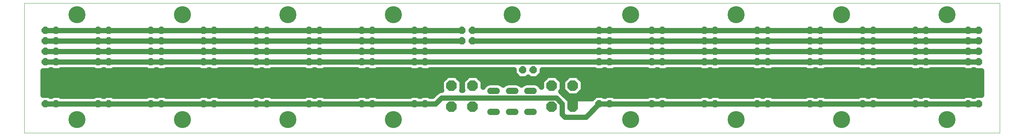
<source format=gbl>
G75*
%MOIN*%
%OFA0B0*%
%FSLAX25Y25*%
%IPPOS*%
%LPD*%
%AMOC8*
5,1,8,0,0,1.08239X$1,22.5*
%
%ADD10C,0.00000*%
%ADD11C,0.06000*%
%ADD12OC8,0.07000*%
%ADD13OC8,0.10000*%
%ADD14C,0.05000*%
%ADD15C,0.02578*%
%ADD16C,0.02775*%
%ADD17C,0.10000*%
%ADD18C,0.03200*%
%ADD19C,0.16205*%
D10*
X0003500Y0050642D02*
X0003500Y0174343D01*
X0928421Y0174343D01*
X0928421Y0050642D01*
X0003500Y0050642D01*
D11*
X0445500Y0070642D02*
X0451500Y0070642D01*
X0463000Y0070642D02*
X0469000Y0070642D01*
X0480500Y0070642D02*
X0486500Y0070642D01*
X0486500Y0090642D02*
X0480500Y0090642D01*
X0469000Y0090642D02*
X0463000Y0090642D01*
X0451500Y0090642D02*
X0445500Y0090642D01*
D12*
X0383500Y0088142D03*
X0373500Y0088142D03*
X0373500Y0078142D03*
X0383500Y0078142D03*
X0333500Y0078142D03*
X0323500Y0078142D03*
X0283500Y0078142D03*
X0273500Y0078142D03*
X0233500Y0078142D03*
X0223500Y0078142D03*
X0183500Y0078142D03*
X0173500Y0078142D03*
X0133500Y0078142D03*
X0123500Y0078142D03*
X0123500Y0088142D03*
X0133500Y0088142D03*
X0173500Y0088142D03*
X0183500Y0088142D03*
X0223500Y0088142D03*
X0233500Y0088142D03*
X0273500Y0088142D03*
X0283500Y0088142D03*
X0323500Y0088142D03*
X0333500Y0088142D03*
X0333500Y0098142D03*
X0323500Y0098142D03*
X0283500Y0098142D03*
X0273500Y0098142D03*
X0233500Y0098142D03*
X0223500Y0098142D03*
X0183500Y0098142D03*
X0173500Y0098142D03*
X0133500Y0098142D03*
X0123500Y0098142D03*
X0083500Y0098142D03*
X0073500Y0098142D03*
X0033500Y0098142D03*
X0023500Y0098142D03*
X0023500Y0088142D03*
X0033500Y0088142D03*
X0073500Y0088142D03*
X0083500Y0088142D03*
X0083500Y0078142D03*
X0073500Y0078142D03*
X0033500Y0078142D03*
X0023500Y0078142D03*
X0023500Y0108142D03*
X0033500Y0108142D03*
X0073500Y0108142D03*
X0083500Y0108142D03*
X0083500Y0118142D03*
X0073500Y0118142D03*
X0033500Y0118142D03*
X0023500Y0118142D03*
X0023500Y0128142D03*
X0033500Y0128142D03*
X0073500Y0128142D03*
X0083500Y0128142D03*
X0123500Y0128142D03*
X0133500Y0128142D03*
X0173500Y0128142D03*
X0183500Y0128142D03*
X0223500Y0128142D03*
X0233500Y0128142D03*
X0273500Y0128142D03*
X0283500Y0128142D03*
X0323500Y0128142D03*
X0333500Y0128142D03*
X0373500Y0128142D03*
X0383500Y0128142D03*
X0383500Y0118142D03*
X0373500Y0118142D03*
X0373500Y0108142D03*
X0383500Y0108142D03*
X0383500Y0098142D03*
X0373500Y0098142D03*
X0333500Y0108142D03*
X0323500Y0108142D03*
X0283500Y0108142D03*
X0273500Y0108142D03*
X0233500Y0108142D03*
X0223500Y0108142D03*
X0183500Y0108142D03*
X0173500Y0108142D03*
X0133500Y0108142D03*
X0123500Y0108142D03*
X0123500Y0118142D03*
X0133500Y0118142D03*
X0173500Y0118142D03*
X0183500Y0118142D03*
X0223500Y0118142D03*
X0233500Y0118142D03*
X0273500Y0118142D03*
X0283500Y0118142D03*
X0323500Y0118142D03*
X0333500Y0118142D03*
X0333500Y0138142D03*
X0323500Y0138142D03*
X0283500Y0138142D03*
X0273500Y0138142D03*
X0233500Y0138142D03*
X0223500Y0138142D03*
X0183500Y0138142D03*
X0173500Y0138142D03*
X0133500Y0138142D03*
X0123500Y0138142D03*
X0123500Y0148142D03*
X0133500Y0148142D03*
X0173500Y0148142D03*
X0183500Y0148142D03*
X0223500Y0148142D03*
X0233500Y0148142D03*
X0273500Y0148142D03*
X0283500Y0148142D03*
X0323500Y0148142D03*
X0333500Y0148142D03*
X0373500Y0148142D03*
X0383500Y0148142D03*
X0418500Y0148142D03*
X0428500Y0148142D03*
X0428500Y0138142D03*
X0418500Y0138142D03*
X0383500Y0138142D03*
X0373500Y0138142D03*
X0476000Y0110642D03*
X0486000Y0110642D03*
X0548500Y0108142D03*
X0558500Y0108142D03*
X0558500Y0118142D03*
X0548500Y0118142D03*
X0548500Y0128142D03*
X0558500Y0128142D03*
X0598500Y0128142D03*
X0608500Y0128142D03*
X0648500Y0128142D03*
X0658500Y0128142D03*
X0698500Y0128142D03*
X0708500Y0128142D03*
X0748500Y0128142D03*
X0758500Y0128142D03*
X0798500Y0128142D03*
X0808500Y0128142D03*
X0848500Y0128142D03*
X0858500Y0128142D03*
X0898500Y0128142D03*
X0908500Y0128142D03*
X0908500Y0118142D03*
X0898500Y0118142D03*
X0858500Y0118142D03*
X0848500Y0118142D03*
X0848500Y0108142D03*
X0858500Y0108142D03*
X0898500Y0108142D03*
X0908500Y0108142D03*
X0908500Y0098142D03*
X0898500Y0098142D03*
X0858500Y0098142D03*
X0848500Y0098142D03*
X0808500Y0098142D03*
X0798500Y0098142D03*
X0758500Y0098142D03*
X0748500Y0098142D03*
X0708500Y0098142D03*
X0698500Y0098142D03*
X0658500Y0098142D03*
X0648500Y0098142D03*
X0608500Y0098142D03*
X0598500Y0098142D03*
X0558500Y0098142D03*
X0548500Y0098142D03*
X0548500Y0088142D03*
X0558500Y0088142D03*
X0558500Y0078142D03*
X0548500Y0078142D03*
X0598500Y0078142D03*
X0608500Y0078142D03*
X0648500Y0078142D03*
X0658500Y0078142D03*
X0698500Y0078142D03*
X0708500Y0078142D03*
X0748500Y0078142D03*
X0758500Y0078142D03*
X0798500Y0078142D03*
X0808500Y0078142D03*
X0808500Y0088142D03*
X0798500Y0088142D03*
X0758500Y0088142D03*
X0748500Y0088142D03*
X0708500Y0088142D03*
X0698500Y0088142D03*
X0658500Y0088142D03*
X0648500Y0088142D03*
X0608500Y0088142D03*
X0598500Y0088142D03*
X0598500Y0108142D03*
X0608500Y0108142D03*
X0648500Y0108142D03*
X0658500Y0108142D03*
X0698500Y0108142D03*
X0708500Y0108142D03*
X0748500Y0108142D03*
X0758500Y0108142D03*
X0798500Y0108142D03*
X0808500Y0108142D03*
X0808500Y0118142D03*
X0798500Y0118142D03*
X0758500Y0118142D03*
X0748500Y0118142D03*
X0708500Y0118142D03*
X0698500Y0118142D03*
X0658500Y0118142D03*
X0648500Y0118142D03*
X0608500Y0118142D03*
X0598500Y0118142D03*
X0598500Y0138142D03*
X0608500Y0138142D03*
X0648500Y0138142D03*
X0658500Y0138142D03*
X0698500Y0138142D03*
X0708500Y0138142D03*
X0748500Y0138142D03*
X0758500Y0138142D03*
X0798500Y0138142D03*
X0808500Y0138142D03*
X0808500Y0148142D03*
X0798500Y0148142D03*
X0758500Y0148142D03*
X0748500Y0148142D03*
X0708500Y0148142D03*
X0698500Y0148142D03*
X0658500Y0148142D03*
X0648500Y0148142D03*
X0608500Y0148142D03*
X0598500Y0148142D03*
X0558500Y0148142D03*
X0548500Y0148142D03*
X0548500Y0138142D03*
X0558500Y0138142D03*
X0848500Y0138142D03*
X0858500Y0138142D03*
X0898500Y0138142D03*
X0908500Y0138142D03*
X0908500Y0148142D03*
X0898500Y0148142D03*
X0858500Y0148142D03*
X0848500Y0148142D03*
X0848500Y0088142D03*
X0858500Y0088142D03*
X0898500Y0088142D03*
X0908500Y0088142D03*
X0908500Y0078142D03*
X0898500Y0078142D03*
X0858500Y0078142D03*
X0848500Y0078142D03*
X0083500Y0138142D03*
X0073500Y0138142D03*
X0033500Y0138142D03*
X0023500Y0138142D03*
X0023500Y0148142D03*
X0033500Y0148142D03*
X0073500Y0148142D03*
X0083500Y0148142D03*
D13*
X0408500Y0095642D03*
X0428500Y0095642D03*
X0503500Y0095642D03*
X0523500Y0095642D03*
X0523500Y0075642D03*
X0503500Y0075642D03*
X0428500Y0075642D03*
X0408500Y0075642D03*
D14*
X0399100Y0083742D02*
X0393500Y0078142D01*
X0383500Y0078142D01*
X0373500Y0078142D01*
X0333500Y0078142D01*
X0323500Y0078142D01*
X0283500Y0078142D01*
X0273500Y0078142D01*
X0233500Y0078142D01*
X0223500Y0078142D01*
X0183500Y0078142D01*
X0173500Y0078142D01*
X0133500Y0078142D01*
X0123500Y0078142D01*
X0083500Y0078142D01*
X0073500Y0078142D01*
X0053500Y0078142D01*
X0033500Y0078142D01*
X0023500Y0078142D01*
X0027979Y0085542D02*
X0026979Y0086542D01*
X0021000Y0086542D01*
X0021000Y0109742D01*
X0026979Y0109742D01*
X0027979Y0110742D01*
X0029021Y0110742D01*
X0030021Y0109742D01*
X0036979Y0109742D01*
X0037979Y0110742D01*
X0069021Y0110742D01*
X0070021Y0109742D01*
X0076979Y0109742D01*
X0077979Y0110742D01*
X0079021Y0110742D01*
X0080021Y0109742D01*
X0086979Y0109742D01*
X0087979Y0110742D01*
X0119021Y0110742D01*
X0120021Y0109742D01*
X0126979Y0109742D01*
X0127979Y0110742D01*
X0129021Y0110742D01*
X0130021Y0109742D01*
X0136979Y0109742D01*
X0137979Y0110742D01*
X0169021Y0110742D01*
X0170021Y0109742D01*
X0176979Y0109742D01*
X0177979Y0110742D01*
X0179021Y0110742D01*
X0180021Y0109742D01*
X0186979Y0109742D01*
X0187979Y0110742D01*
X0219021Y0110742D01*
X0220021Y0109742D01*
X0226979Y0109742D01*
X0227979Y0110742D01*
X0229021Y0110742D01*
X0230021Y0109742D01*
X0236979Y0109742D01*
X0237979Y0110742D01*
X0269021Y0110742D01*
X0270021Y0109742D01*
X0276979Y0109742D01*
X0277979Y0110742D01*
X0279021Y0110742D01*
X0280021Y0109742D01*
X0286979Y0109742D01*
X0287979Y0110742D01*
X0319021Y0110742D01*
X0320021Y0109742D01*
X0326979Y0109742D01*
X0327979Y0110742D01*
X0329021Y0110742D01*
X0330021Y0109742D01*
X0336979Y0109742D01*
X0337979Y0110742D01*
X0369021Y0110742D01*
X0370021Y0109742D01*
X0376979Y0109742D01*
X0377979Y0110742D01*
X0379021Y0110742D01*
X0380021Y0109742D01*
X0386979Y0109742D01*
X0387979Y0110742D01*
X0467600Y0110742D01*
X0467600Y0107163D01*
X0472521Y0102242D01*
X0479479Y0102242D01*
X0481000Y0103763D01*
X0482521Y0102242D01*
X0489479Y0102242D01*
X0494400Y0107163D01*
X0494400Y0110742D01*
X0544021Y0110742D01*
X0545021Y0109742D01*
X0551979Y0109742D01*
X0552979Y0110742D01*
X0554021Y0110742D01*
X0555021Y0109742D01*
X0561979Y0109742D01*
X0562979Y0110742D01*
X0594021Y0110742D01*
X0595021Y0109742D01*
X0601979Y0109742D01*
X0602979Y0110742D01*
X0604021Y0110742D01*
X0605021Y0109742D01*
X0611979Y0109742D01*
X0612979Y0110742D01*
X0644021Y0110742D01*
X0645021Y0109742D01*
X0651979Y0109742D01*
X0652979Y0110742D01*
X0654021Y0110742D01*
X0655021Y0109742D01*
X0661979Y0109742D01*
X0662979Y0110742D01*
X0694021Y0110742D01*
X0695021Y0109742D01*
X0701979Y0109742D01*
X0702979Y0110742D01*
X0704021Y0110742D01*
X0705021Y0109742D01*
X0711979Y0109742D01*
X0712979Y0110742D01*
X0744021Y0110742D01*
X0745021Y0109742D01*
X0751979Y0109742D01*
X0752979Y0110742D01*
X0754021Y0110742D01*
X0755021Y0109742D01*
X0761979Y0109742D01*
X0762979Y0110742D01*
X0794021Y0110742D01*
X0795021Y0109742D01*
X0801979Y0109742D01*
X0802979Y0110742D01*
X0804021Y0110742D01*
X0805021Y0109742D01*
X0811979Y0109742D01*
X0812979Y0110742D01*
X0844021Y0110742D01*
X0845021Y0109742D01*
X0851979Y0109742D01*
X0852979Y0110742D01*
X0854021Y0110742D01*
X0855021Y0109742D01*
X0861979Y0109742D01*
X0862979Y0110742D01*
X0894021Y0110742D01*
X0895021Y0109742D01*
X0901979Y0109742D01*
X0902979Y0110742D01*
X0904021Y0110742D01*
X0905021Y0109742D01*
X0911000Y0109742D01*
X0911000Y0086542D01*
X0905021Y0086542D01*
X0904021Y0085542D01*
X0902979Y0085542D01*
X0901979Y0086542D01*
X0895021Y0086542D01*
X0894021Y0085542D01*
X0862979Y0085542D01*
X0861979Y0086542D01*
X0855021Y0086542D01*
X0854021Y0085542D01*
X0852979Y0085542D01*
X0851979Y0086542D01*
X0845021Y0086542D01*
X0844021Y0085542D01*
X0812979Y0085542D01*
X0811979Y0086542D01*
X0805021Y0086542D01*
X0804021Y0085542D01*
X0802979Y0085542D01*
X0801979Y0086542D01*
X0795021Y0086542D01*
X0794021Y0085542D01*
X0762979Y0085542D01*
X0761979Y0086542D01*
X0755021Y0086542D01*
X0754021Y0085542D01*
X0752979Y0085542D01*
X0751979Y0086542D01*
X0745021Y0086542D01*
X0744021Y0085542D01*
X0712979Y0085542D01*
X0711979Y0086542D01*
X0705021Y0086542D01*
X0704021Y0085542D01*
X0702979Y0085542D01*
X0701979Y0086542D01*
X0695021Y0086542D01*
X0694021Y0085542D01*
X0662979Y0085542D01*
X0661979Y0086542D01*
X0655021Y0086542D01*
X0654021Y0085542D01*
X0652979Y0085542D01*
X0651979Y0086542D01*
X0645021Y0086542D01*
X0644021Y0085542D01*
X0612979Y0085542D01*
X0611979Y0086542D01*
X0605021Y0086542D01*
X0604021Y0085542D01*
X0602979Y0085542D01*
X0601979Y0086542D01*
X0595021Y0086542D01*
X0594021Y0085542D01*
X0562979Y0085542D01*
X0561979Y0086542D01*
X0555021Y0086542D01*
X0554021Y0085542D01*
X0552979Y0085542D01*
X0551979Y0086542D01*
X0545021Y0086542D01*
X0541621Y0083142D01*
X0518965Y0083142D01*
X0517692Y0084415D01*
X0514173Y0087934D01*
X0512092Y0090015D01*
X0511938Y0090079D01*
X0513400Y0091541D01*
X0513400Y0099743D01*
X0507601Y0105542D01*
X0499399Y0105542D01*
X0493600Y0099743D01*
X0493600Y0094145D01*
X0493197Y0095117D01*
X0490975Y0097339D01*
X0488071Y0098542D01*
X0478929Y0098542D01*
X0476025Y0097339D01*
X0474750Y0096064D01*
X0473475Y0097339D01*
X0470571Y0098542D01*
X0461429Y0098542D01*
X0458525Y0097339D01*
X0457250Y0096064D01*
X0455975Y0097339D01*
X0453071Y0098542D01*
X0443929Y0098542D01*
X0441025Y0097339D01*
X0438803Y0095117D01*
X0438400Y0094145D01*
X0438400Y0099743D01*
X0432601Y0105542D01*
X0424399Y0105542D01*
X0418600Y0099743D01*
X0418600Y0091541D01*
X0418999Y0091142D01*
X0418001Y0091142D01*
X0418400Y0091541D01*
X0418400Y0099743D01*
X0412601Y0105542D01*
X0404399Y0105542D01*
X0398600Y0099743D01*
X0398600Y0091541D01*
X0398999Y0091142D01*
X0397628Y0091142D01*
X0394908Y0090015D01*
X0392827Y0087934D01*
X0390435Y0085542D01*
X0387979Y0085542D01*
X0386979Y0086542D01*
X0380021Y0086542D01*
X0379021Y0085542D01*
X0377979Y0085542D01*
X0376979Y0086542D01*
X0370021Y0086542D01*
X0369021Y0085542D01*
X0337979Y0085542D01*
X0336979Y0086542D01*
X0330021Y0086542D01*
X0329021Y0085542D01*
X0327979Y0085542D01*
X0326979Y0086542D01*
X0320021Y0086542D01*
X0319021Y0085542D01*
X0287979Y0085542D01*
X0286979Y0086542D01*
X0280021Y0086542D01*
X0279021Y0085542D01*
X0277979Y0085542D01*
X0276979Y0086542D01*
X0270021Y0086542D01*
X0269021Y0085542D01*
X0237979Y0085542D01*
X0236979Y0086542D01*
X0230021Y0086542D01*
X0229021Y0085542D01*
X0227979Y0085542D01*
X0226979Y0086542D01*
X0220021Y0086542D01*
X0219021Y0085542D01*
X0187979Y0085542D01*
X0186979Y0086542D01*
X0180021Y0086542D01*
X0179021Y0085542D01*
X0177979Y0085542D01*
X0176979Y0086542D01*
X0170021Y0086542D01*
X0169021Y0085542D01*
X0137979Y0085542D01*
X0136979Y0086542D01*
X0130021Y0086542D01*
X0129021Y0085542D01*
X0127979Y0085542D01*
X0126979Y0086542D01*
X0120021Y0086542D01*
X0119021Y0085542D01*
X0087979Y0085542D01*
X0086979Y0086542D01*
X0080021Y0086542D01*
X0079021Y0085542D01*
X0077979Y0085542D01*
X0076979Y0086542D01*
X0070021Y0086542D01*
X0069021Y0085542D01*
X0037979Y0085542D01*
X0036979Y0086542D01*
X0030021Y0086542D01*
X0029021Y0085542D01*
X0027979Y0085542D01*
X0021000Y0088048D02*
X0392941Y0088048D01*
X0399100Y0083742D02*
X0418500Y0083742D01*
X0507900Y0083742D01*
X0513500Y0078142D01*
X0513500Y0068142D01*
X0516000Y0065642D01*
X0536000Y0065642D01*
X0548500Y0078142D01*
X0558500Y0078142D01*
X0598500Y0078142D01*
X0608500Y0078142D01*
X0648500Y0078142D01*
X0658500Y0078142D01*
X0698500Y0078142D01*
X0708500Y0078142D01*
X0748500Y0078142D01*
X0758500Y0078142D01*
X0798500Y0078142D01*
X0808500Y0078142D01*
X0848500Y0078142D01*
X0858500Y0078142D01*
X0878500Y0078142D01*
X0898500Y0078142D01*
X0908500Y0078142D01*
X0911000Y0088048D02*
X0529907Y0088048D01*
X0527601Y0085742D02*
X0519399Y0085742D01*
X0513600Y0091541D01*
X0513600Y0099743D01*
X0519399Y0105542D01*
X0527601Y0105542D01*
X0533400Y0099743D01*
X0533400Y0091541D01*
X0527601Y0085742D01*
X0517093Y0088048D02*
X0514059Y0088048D01*
X0514173Y0087934D02*
X0514173Y0087934D01*
X0513600Y0093047D02*
X0513400Y0093047D01*
X0533400Y0093047D02*
X0911000Y0093047D01*
X0911000Y0098045D02*
X0533400Y0098045D01*
X0513600Y0098045D02*
X0513400Y0098045D01*
X0510099Y0103044D02*
X0516901Y0103044D01*
X0530099Y0103044D02*
X0911000Y0103044D01*
X0911000Y0108042D02*
X0494400Y0108042D01*
X0496901Y0103044D02*
X0490281Y0103044D01*
X0481719Y0103044D02*
X0480281Y0103044D01*
X0471719Y0103044D02*
X0435099Y0103044D01*
X0421901Y0103044D02*
X0415099Y0103044D01*
X0401901Y0103044D02*
X0021000Y0103044D01*
X0021000Y0108042D02*
X0467600Y0108042D01*
X0461000Y0118142D02*
X0476000Y0118142D01*
X0548500Y0118142D01*
X0558500Y0118142D01*
X0598500Y0118142D01*
X0608500Y0118142D01*
X0648500Y0118142D01*
X0658500Y0118142D01*
X0678500Y0118142D01*
X0698500Y0118142D01*
X0708500Y0118142D01*
X0748500Y0118142D01*
X0758500Y0118142D01*
X0778500Y0118142D01*
X0798500Y0118142D01*
X0808500Y0118142D01*
X0848500Y0118142D01*
X0858500Y0118142D01*
X0898500Y0118142D01*
X0908500Y0118142D01*
X0908500Y0128142D02*
X0898500Y0128142D01*
X0858500Y0128142D01*
X0848500Y0128142D01*
X0808500Y0128142D01*
X0798500Y0128142D01*
X0758500Y0128142D01*
X0748500Y0128142D01*
X0708500Y0128142D01*
X0698500Y0128142D01*
X0658500Y0128142D01*
X0648500Y0128142D01*
X0608500Y0128142D01*
X0598500Y0128142D01*
X0578500Y0128142D01*
X0558500Y0128142D01*
X0548500Y0128142D01*
X0483500Y0128142D01*
X0383500Y0128142D01*
X0373500Y0128142D01*
X0353500Y0128142D01*
X0333500Y0128142D01*
X0323500Y0128142D01*
X0283500Y0128142D01*
X0273500Y0128142D01*
X0233500Y0128142D01*
X0223500Y0128142D01*
X0183500Y0128142D01*
X0173500Y0128142D01*
X0133500Y0128142D01*
X0123500Y0128142D01*
X0083500Y0128142D01*
X0073500Y0128142D01*
X0033500Y0128142D01*
X0023500Y0128142D01*
X0023500Y0118142D02*
X0033500Y0118142D01*
X0073500Y0118142D01*
X0083500Y0118142D01*
X0123500Y0118142D01*
X0133500Y0118142D01*
X0153500Y0118142D01*
X0173500Y0118142D01*
X0183500Y0118142D01*
X0223500Y0118142D01*
X0233500Y0118142D01*
X0253500Y0118142D01*
X0273500Y0118142D01*
X0283500Y0118142D01*
X0323500Y0118142D01*
X0333500Y0118142D01*
X0373500Y0118142D01*
X0383500Y0118142D01*
X0461000Y0118142D01*
X0460229Y0098045D02*
X0454271Y0098045D01*
X0442729Y0098045D02*
X0438400Y0098045D01*
X0418600Y0098045D02*
X0418400Y0098045D01*
X0398600Y0098045D02*
X0021000Y0098045D01*
X0021000Y0093047D02*
X0398600Y0093047D01*
X0418400Y0093047D02*
X0418600Y0093047D01*
X0471771Y0098045D02*
X0477729Y0098045D01*
X0489271Y0098045D02*
X0493600Y0098045D01*
X0548500Y0138142D02*
X0428500Y0138142D01*
X0418500Y0138142D02*
X0383500Y0138142D01*
X0373500Y0138142D01*
X0333500Y0138142D01*
X0323500Y0138142D01*
X0283500Y0138142D01*
X0273500Y0138142D01*
X0233500Y0138142D01*
X0223500Y0138142D01*
X0183500Y0138142D01*
X0173500Y0138142D01*
X0133500Y0138142D01*
X0123500Y0138142D01*
X0083500Y0138142D01*
X0073500Y0138142D01*
X0033500Y0138142D01*
X0023500Y0138142D01*
X0023500Y0148142D02*
X0033500Y0148142D01*
X0073500Y0148142D01*
X0083500Y0148142D01*
X0123500Y0148142D01*
X0133500Y0148142D01*
X0173500Y0148142D01*
X0183500Y0148142D01*
X0223500Y0148142D01*
X0233500Y0148142D01*
X0273500Y0148142D01*
X0283500Y0148142D01*
X0323500Y0148142D01*
X0333500Y0148142D01*
X0373500Y0148142D01*
X0383500Y0148142D01*
X0418500Y0148142D01*
X0428500Y0148142D02*
X0548500Y0148142D01*
X0558500Y0148142D01*
X0598500Y0148142D01*
X0608500Y0148142D01*
X0648500Y0148142D01*
X0658500Y0148142D01*
X0698500Y0148142D01*
X0708500Y0148142D01*
X0748500Y0148142D01*
X0758500Y0148142D01*
X0798500Y0148142D01*
X0808500Y0148142D01*
X0848500Y0148142D01*
X0858500Y0148142D01*
X0898500Y0148142D01*
X0908500Y0148142D01*
X0908500Y0138142D02*
X0898500Y0138142D01*
X0858500Y0138142D01*
X0848500Y0138142D01*
X0808500Y0138142D01*
X0798500Y0138142D01*
X0758500Y0138142D01*
X0748500Y0138142D01*
X0708500Y0138142D01*
X0698500Y0138142D01*
X0658500Y0138142D01*
X0648500Y0138142D01*
X0608500Y0138142D01*
X0598500Y0138142D01*
X0558500Y0138142D01*
X0548500Y0138142D01*
D15*
X0578500Y0128142D03*
X0678500Y0118142D03*
X0778500Y0118142D03*
X0878500Y0110642D03*
X0778500Y0085642D03*
X0678500Y0085642D03*
X0578500Y0085642D03*
X0456000Y0098142D03*
X0418500Y0083742D03*
X0353500Y0085642D03*
X0253500Y0085642D03*
X0153500Y0085642D03*
X0053500Y0078142D03*
X0053500Y0110642D03*
X0153500Y0118142D03*
X0253500Y0118142D03*
X0353500Y0128142D03*
X0461000Y0118142D03*
X0476000Y0118142D03*
X0878500Y0078142D03*
D16*
X0491500Y0103142D03*
X0474500Y0096642D03*
X0483500Y0128142D03*
D17*
X0523500Y0083142D02*
X0523500Y0075642D01*
D18*
X0608500Y0148142D02*
X0613500Y0148142D01*
D19*
X0578500Y0163142D03*
X0678500Y0163142D03*
X0778500Y0163142D03*
X0878500Y0163142D03*
X0466000Y0163142D03*
X0353500Y0163142D03*
X0253500Y0163142D03*
X0153500Y0163142D03*
X0053500Y0163142D03*
X0053500Y0063142D03*
X0153500Y0063142D03*
X0253500Y0063142D03*
X0353500Y0063142D03*
X0578500Y0063142D03*
X0678500Y0063142D03*
X0778500Y0063142D03*
X0878500Y0063142D03*
M02*

</source>
